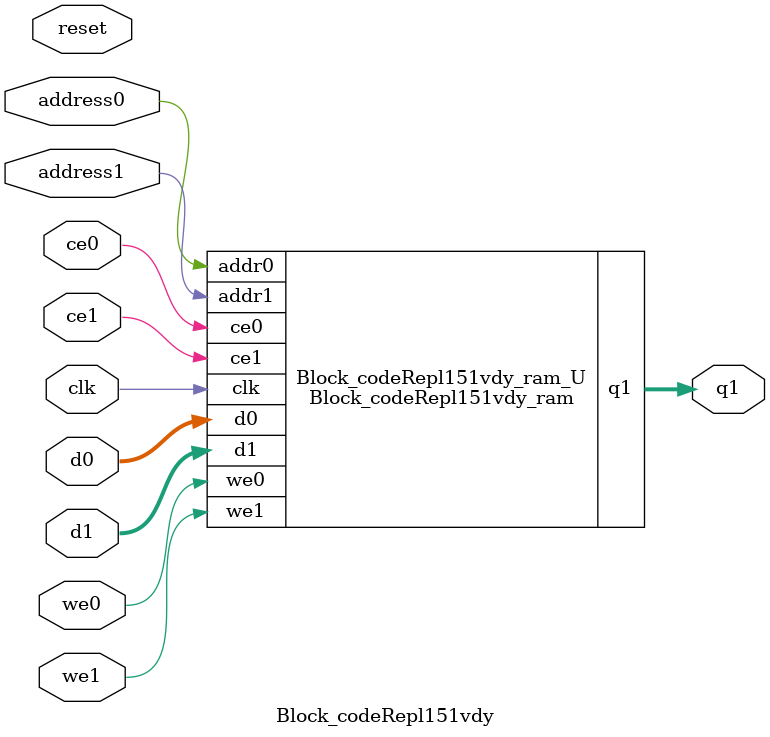
<source format=v>

`timescale 1 ns / 1 ps
module Block_codeRepl151vdy_ram (addr0, ce0, d0, we0, addr1, ce1, d1, we1, q1,  clk);

parameter DWIDTH = 32;
parameter AWIDTH = 1;
parameter MEM_SIZE = 2;

input[AWIDTH-1:0] addr0;
input ce0;
input[DWIDTH-1:0] d0;
input we0;
input[AWIDTH-1:0] addr1;
input ce1;
input[DWIDTH-1:0] d1;
input we1;
output reg[DWIDTH-1:0] q1;
input clk;

(* ram_style = "block" *)reg [DWIDTH-1:0] ram[0:MEM_SIZE-1];




always @(posedge clk)  
begin 
    if (ce0) 
    begin
        if (we0) 
        begin 
            ram[addr0] <= d0; 
        end 
    end
end


always @(posedge clk)  
begin 
    if (ce1) 
    begin
        if (we1) 
        begin 
            ram[addr1] <= d1; 
            q1 <= d1;
        end 
        else 
            q1 <= ram[addr1];
    end
end


endmodule


`timescale 1 ns / 1 ps
module Block_codeRepl151vdy(
    reset,
    clk,
    address0,
    ce0,
    we0,
    d0,
    address1,
    ce1,
    we1,
    d1,
    q1);

parameter DataWidth = 32'd32;
parameter AddressRange = 32'd2;
parameter AddressWidth = 32'd1;
input reset;
input clk;
input[AddressWidth - 1:0] address0;
input ce0;
input we0;
input[DataWidth - 1:0] d0;
input[AddressWidth - 1:0] address1;
input ce1;
input we1;
input[DataWidth - 1:0] d1;
output[DataWidth - 1:0] q1;



Block_codeRepl151vdy_ram Block_codeRepl151vdy_ram_U(
    .clk( clk ),
    .addr0( address0 ),
    .ce0( ce0 ),
    .d0( d0 ),
    .we0( we0 ),
    .addr1( address1 ),
    .ce1( ce1 ),
    .d1( d1 ),
    .we1( we1 ),
    .q1( q1 ));

endmodule


</source>
